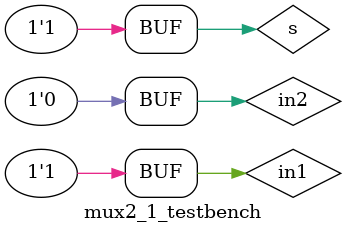
<source format=sv>
`timescale 1ps/1ps
module mux2_1 (out, in1, in2, s);	// out = s' in1 + s in2
	output logic out;
	input logic in1, in2, s;
	logic A, B, os;
	
	parameter delay = 50;
	
	not #delay invertgate (os, s);
	and #delay gate1 (A,os,in1);
	and #delay gate2 (B,s ,in2);
	or  #delay outputgate (out, A, B);
	
endmodule


module mux2_1_testbench();
	logic out;
	logic in1, in2, s;
	
	// Try all combinations of inputs.
	initial begin
		s = 0; in1 = 0; in2 = 1; #5000;
		s = 0; in1 = 1; in2 = 0; #5000;
		s = 1; in1 = 0; in2 = 1; #5000;
		s = 1; in1 = 1; in2 = 0; #5000;
	end
	
	mux2_1 dut (.out, .in1, .in2, .s);
	
endmodule



</source>
